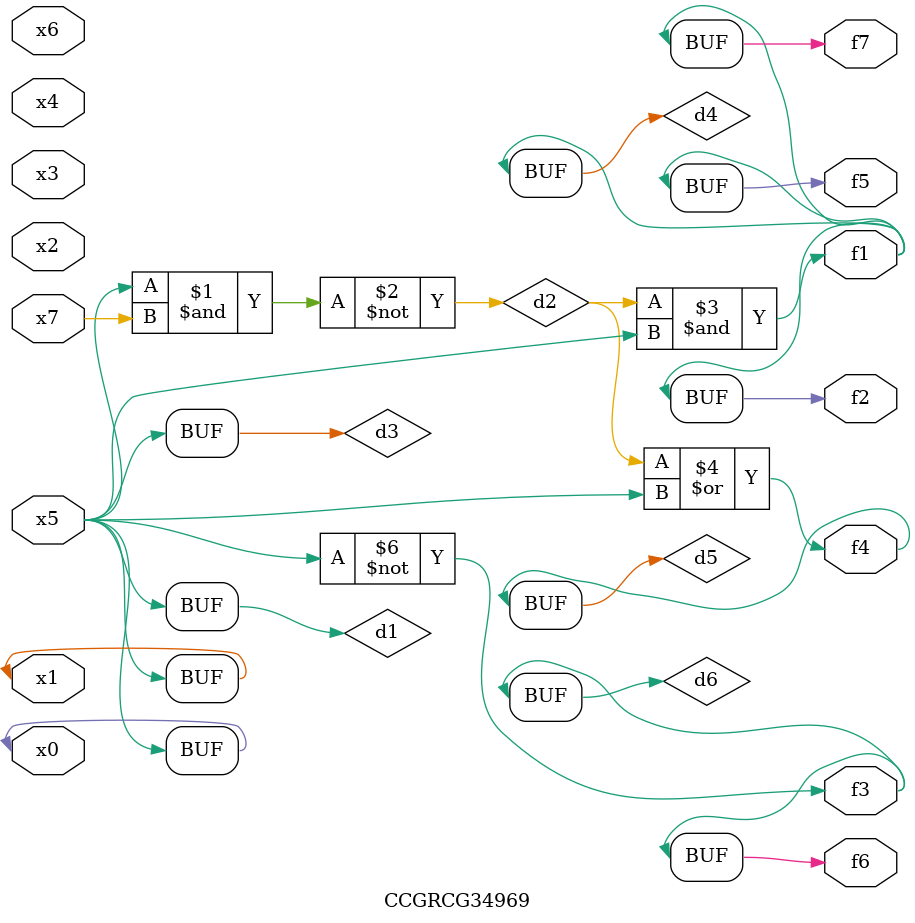
<source format=v>
module CCGRCG34969(
	input x0, x1, x2, x3, x4, x5, x6, x7,
	output f1, f2, f3, f4, f5, f6, f7
);

	wire d1, d2, d3, d4, d5, d6;

	buf (d1, x0, x5);
	nand (d2, x5, x7);
	buf (d3, x0, x1);
	and (d4, d2, d3);
	or (d5, d2, d3);
	nor (d6, d1, d3);
	assign f1 = d4;
	assign f2 = d4;
	assign f3 = d6;
	assign f4 = d5;
	assign f5 = d4;
	assign f6 = d6;
	assign f7 = d4;
endmodule

</source>
